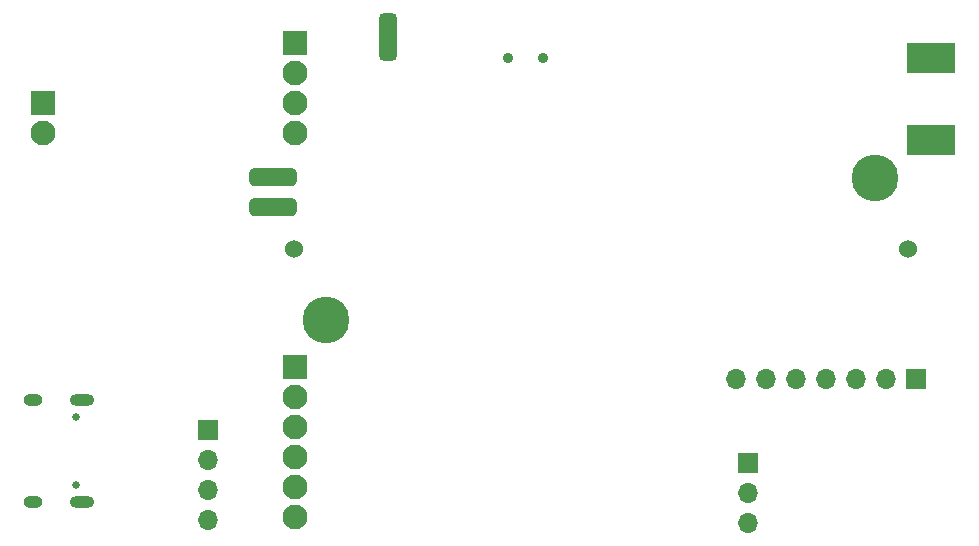
<source format=gbs>
G04 #@! TF.GenerationSoftware,KiCad,Pcbnew,(6.0.0)*
G04 #@! TF.CreationDate,2022-01-31T09:48:03+01:00*
G04 #@! TF.ProjectId,lora,6c6f7261-2e6b-4696-9361-645f70636258,v2.0*
G04 #@! TF.SameCoordinates,Original*
G04 #@! TF.FileFunction,Soldermask,Bot*
G04 #@! TF.FilePolarity,Negative*
%FSLAX46Y46*%
G04 Gerber Fmt 4.6, Leading zero omitted, Abs format (unit mm)*
G04 Created by KiCad (PCBNEW (6.0.0)) date 2022-01-31 09:48:03*
%MOMM*%
%LPD*%
G01*
G04 APERTURE LIST*
G04 Aperture macros list*
%AMRoundRect*
0 Rectangle with rounded corners*
0 $1 Rounding radius*
0 $2 $3 $4 $5 $6 $7 $8 $9 X,Y pos of 4 corners*
0 Add a 4 corners polygon primitive as box body*
4,1,4,$2,$3,$4,$5,$6,$7,$8,$9,$2,$3,0*
0 Add four circle primitives for the rounded corners*
1,1,$1+$1,$2,$3*
1,1,$1+$1,$4,$5*
1,1,$1+$1,$6,$7*
1,1,$1+$1,$8,$9*
0 Add four rect primitives between the rounded corners*
20,1,$1+$1,$2,$3,$4,$5,0*
20,1,$1+$1,$4,$5,$6,$7,0*
20,1,$1+$1,$6,$7,$8,$9,0*
20,1,$1+$1,$8,$9,$2,$3,0*%
G04 Aperture macros list end*
%ADD10R,1.700000X1.700000*%
%ADD11O,1.700000X1.700000*%
%ADD12R,2.100000X2.100000*%
%ADD13C,2.100000*%
%ADD14RoundRect,0.381000X-1.619000X-0.381000X1.619000X-0.381000X1.619000X0.381000X-1.619000X0.381000X0*%
%ADD15R,4.190000X2.665000*%
%ADD16C,0.650000*%
%ADD17O,2.100000X1.000000*%
%ADD18O,1.600000X1.000000*%
%ADD19RoundRect,0.381000X0.381000X-1.619000X0.381000X1.619000X-0.381000X1.619000X-0.381000X-1.619000X0*%
%ADD20C,0.900000*%
%ADD21C,1.530000*%
%ADD22C,3.960000*%
G04 APERTURE END LIST*
D10*
X226568000Y-123190000D03*
D11*
X224028000Y-123190000D03*
X221488000Y-123190000D03*
X218948000Y-123190000D03*
X216408000Y-123190000D03*
X213868000Y-123190000D03*
X211328000Y-123190000D03*
D10*
X212344000Y-130317000D03*
D11*
X212344000Y-132857000D03*
X212344000Y-135397000D03*
D12*
X152654000Y-99822000D03*
D13*
X152654000Y-102362000D03*
D14*
X172135800Y-108686600D03*
X172135800Y-106146600D03*
D15*
X227838000Y-96007500D03*
X227838000Y-102992500D03*
D16*
X155456000Y-126396000D03*
X155456000Y-132176000D03*
D17*
X155986000Y-124966000D03*
D18*
X151806000Y-124966000D03*
X151806000Y-133606000D03*
D17*
X155986000Y-133606000D03*
D19*
X181864000Y-94234000D03*
D10*
X166624000Y-127508000D03*
D11*
X166624000Y-130048000D03*
X166624000Y-132588000D03*
X166624000Y-135128000D03*
D12*
X173990000Y-122174000D03*
D13*
X173990000Y-124714000D03*
X173990000Y-127254000D03*
X173990000Y-129794000D03*
X173990000Y-132334000D03*
X173990000Y-134874000D03*
D20*
X192048000Y-96012000D03*
X195048000Y-96012000D03*
D12*
X173990000Y-94737000D03*
D13*
X173990000Y-97277000D03*
X173990000Y-99817000D03*
X173990000Y-102357000D03*
D21*
X225893000Y-112172200D03*
X173903000Y-112172200D03*
D22*
X176653000Y-118212200D03*
X223133000Y-106222200D03*
M02*

</source>
